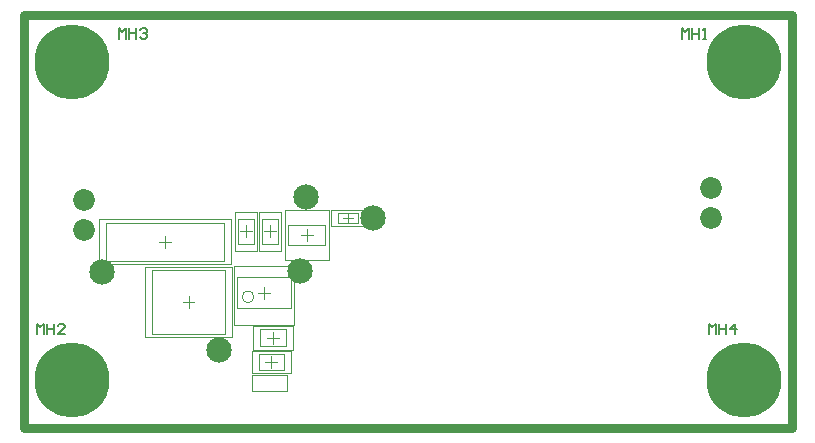
<source format=gbs>
G04*
G04 #@! TF.GenerationSoftware,Altium Limited,Altium Designer,18.1.11 (251)*
G04*
G04 Layer_Color=16711935*
%FSLAX25Y25*%
%MOIN*%
G70*
G01*
G75*
%ADD12C,0.00197*%
%ADD13C,0.00650*%
%ADD14C,0.03000*%
%ADD15C,0.00394*%
%ADD36C,0.25000*%
%ADD37C,0.07284*%
%ADD45C,0.08465*%
D12*
X90039Y34157D02*
Y53843D01*
X69961Y34157D02*
Y53843D01*
X90039D01*
X69961Y34157D02*
X90039D01*
X86976Y56047D02*
Y72583D01*
X101543Y56047D02*
Y72583D01*
X86976Y56047D02*
X101543D01*
X86976Y72583D02*
X101543D01*
X75961Y18260D02*
Y25740D01*
X88953Y18260D02*
Y25740D01*
X75961D02*
X88953D01*
X75961Y18260D02*
X88953D01*
X102291Y67244D02*
X113709D01*
X102291Y72756D02*
X113709D01*
Y67244D02*
Y72756D01*
X102291Y67244D02*
Y72756D01*
X76339Y17559D02*
X87559D01*
X76142Y12441D02*
Y17559D01*
X76339Y12441D02*
X87559D01*
Y17559D01*
X24953Y54520D02*
Y69480D01*
X69047Y54520D02*
Y69480D01*
X24953D02*
X69047D01*
X24953Y54520D02*
X69047D01*
X40492Y30386D02*
Y53614D01*
X69232Y30386D02*
Y53614D01*
X40492D02*
X69232D01*
X40492Y30386D02*
X69232D01*
X76307Y26063D02*
Y33937D01*
X89693Y26063D02*
Y33937D01*
X76307D02*
X89693D01*
X76307Y26063D02*
X89693D01*
X70260Y72039D02*
X77740D01*
X70260Y59047D02*
X77740D01*
Y72039D01*
X70260Y59047D02*
Y72039D01*
X78260Y59047D02*
X85740D01*
X78260Y72039D02*
X85740D01*
X78260Y59047D02*
Y72039D01*
X85740Y59047D02*
Y72039D01*
D13*
X228200Y31200D02*
Y34699D01*
X229366Y33533D01*
X230533Y34699D01*
Y31200D01*
X231699Y34699D02*
Y31200D01*
Y32949D01*
X234031D01*
Y34699D01*
Y31200D01*
X236947D02*
Y34699D01*
X235198Y32949D01*
X237530D01*
X31650Y129750D02*
Y133249D01*
X32816Y132083D01*
X33983Y133249D01*
Y129750D01*
X35149Y133249D02*
Y129750D01*
Y131499D01*
X37481D01*
Y133249D01*
Y129750D01*
X38648Y132666D02*
X39231Y133249D01*
X40397D01*
X40980Y132666D01*
Y132083D01*
X40397Y131499D01*
X39814D01*
X40397D01*
X40980Y130916D01*
Y130333D01*
X40397Y129750D01*
X39231D01*
X38648Y130333D01*
X4200Y31200D02*
Y34699D01*
X5366Y33533D01*
X6533Y34699D01*
Y31200D01*
X7699Y34699D02*
Y31200D01*
Y32949D01*
X10031D01*
Y34699D01*
Y31200D01*
X13530D02*
X11198D01*
X13530Y33533D01*
Y34116D01*
X12947Y34699D01*
X11781D01*
X11198Y34116D01*
X219350Y129650D02*
Y133149D01*
X220516Y131983D01*
X221683Y133149D01*
Y129650D01*
X222849Y133149D02*
Y129650D01*
Y131399D01*
X225181D01*
Y133149D01*
Y129650D01*
X226348D02*
X227514D01*
X226931D01*
Y133149D01*
X226348Y132566D01*
D14*
X0Y0D02*
X255906D01*
Y137795D01*
X0D02*
X255906D01*
X0Y0D02*
Y137795D01*
D15*
X76653Y43695D02*
G03*
X76653Y43695I-1969J0D01*
G01*
X89055Y39955D02*
Y50191D01*
X70945Y39955D02*
Y50191D01*
X89055D01*
X70945Y39955D02*
X89055D01*
X88059Y61067D02*
Y67563D01*
X100461Y61067D02*
Y67563D01*
X88059Y61067D02*
X100461D01*
X88059Y67563D02*
X100461D01*
X78323Y19342D02*
Y24657D01*
X86591Y19342D02*
Y24657D01*
X78323D02*
X86591D01*
X78323Y19342D02*
X86591D01*
X104654Y68228D02*
X111346D01*
X104654Y71772D02*
X111346D01*
Y68228D02*
Y71772D01*
X104654Y68228D02*
Y71772D01*
X27315Y55701D02*
Y68299D01*
X66685Y55701D02*
Y68299D01*
X27315D02*
X66685D01*
X27315Y55701D02*
X66685D01*
X42854Y31370D02*
Y52630D01*
X66870Y31370D02*
Y52630D01*
X42854D02*
X66870D01*
X42854Y31370D02*
X66870D01*
X78669Y27146D02*
Y32854D01*
X87331Y27146D02*
Y32854D01*
X78669D02*
X87331D01*
X78669Y27146D02*
X87331D01*
X71342Y69677D02*
X76657D01*
X71342Y61409D02*
X76657D01*
Y69677D01*
X71342Y61409D02*
Y69677D01*
X79343Y61409D02*
X84658D01*
X79343Y69677D02*
X84658D01*
X79343Y61409D02*
Y69677D01*
X84658Y61409D02*
Y69677D01*
X78031Y45073D02*
X81968D01*
X80000Y43104D02*
Y47041D01*
X92291Y64315D02*
X96228D01*
X94260Y62347D02*
Y66284D01*
X80488Y22000D02*
X84425D01*
X82457Y20031D02*
Y23968D01*
X108000Y68228D02*
Y71772D01*
X106228Y70000D02*
X109772D01*
X45031Y62000D02*
X48968D01*
X47000Y60031D02*
Y63968D01*
X52894Y42000D02*
X56831D01*
X54862Y40031D02*
Y43968D01*
X81032Y30000D02*
X84969D01*
X83000Y28032D02*
Y31969D01*
X74000Y63575D02*
Y67512D01*
X72031Y65543D02*
X75968D01*
X82000Y63575D02*
Y67512D01*
X80032Y65543D02*
X83969D01*
D36*
X240000Y16000D02*
D03*
Y122000D02*
D03*
X16000Y16000D02*
D03*
Y122000D02*
D03*
D37*
X20000Y66000D02*
D03*
Y76000D02*
D03*
X229000Y80000D02*
D03*
Y70000D02*
D03*
D45*
X92000Y52250D02*
D03*
X65000Y26000D02*
D03*
X116350Y70000D02*
D03*
X26000Y52000D02*
D03*
X94000Y77000D02*
D03*
M02*

</source>
